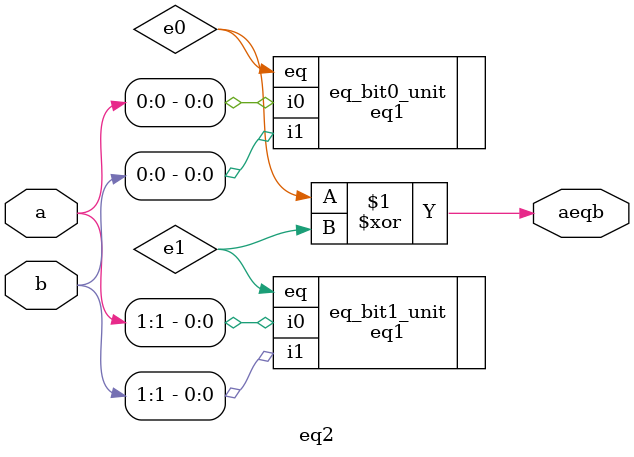
<source format=v>
module eq2
   (
    input  wire[1:0] a, b,			// a adn b are the two 2-bit numbers to compare
    output wire aeqb				// single bit output. Should be high if a adn b the same
   );

   // internal signal declaration, used to wire outpus of the 1 bit comparators
   wire e0, e1;

   // body
   // instantiate two 1-bit comparators that we already know are tested and work
   // named instantiation allows us to change order of ports.
   eq1 eq_bit0_unit (.i0(a[0]), .i1(b[0]), .eq(e0));
   eq1 eq_bit1_unit (.eq(e1), .i0(a[1]), .i1(b[1]));

   // a and b are equal if individual bits are equal, which comes from the 1-bit comparators
   assign aeqb = e0 ^ e1;

endmodule
</source>
